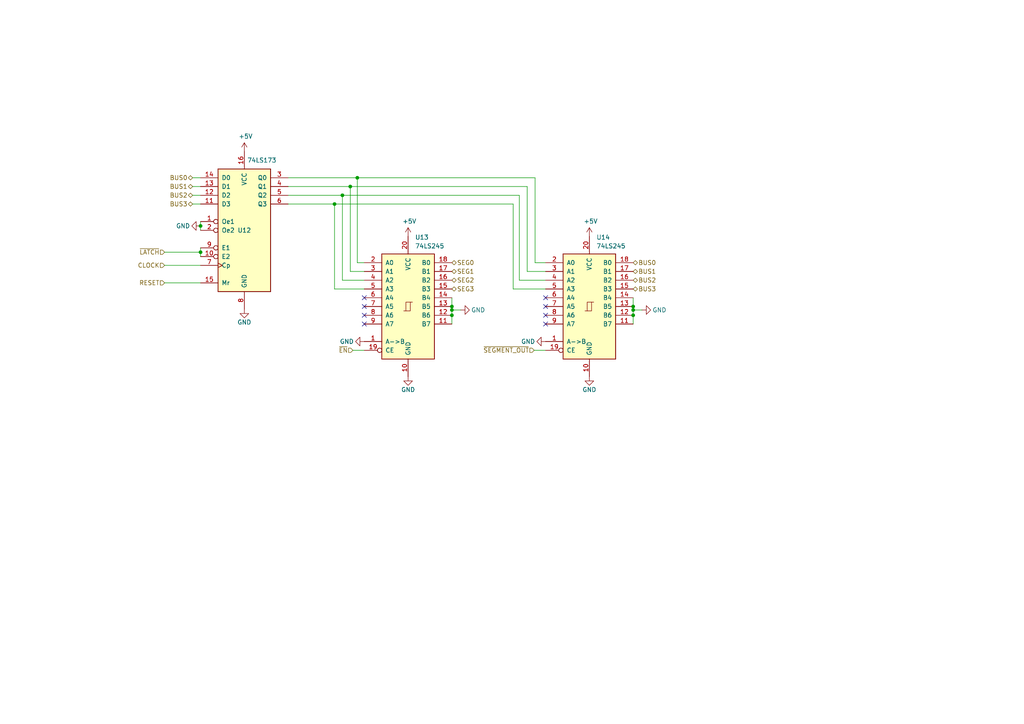
<source format=kicad_sch>
(kicad_sch (version 20211123) (generator eeschema)
  (paper "A4")
  (lib_symbols
    (symbol "74xx:74LS173" (pin_names (offset 1.016))
      (property "Reference" "U" (at -7.62 19.05 0))
      (property "Value" "74LS173" (at -7.62 -19.05 0))
      (symbol "74LS173_1_0"
        (pin input inverted (at -12.7 2.54 0) (length 5.08) (name "Oe1") (number "1"))
        (pin input inverted (at -12.7 -7.62 0) (length 5.08) (name "E2") (number "10"))
        (pin input line (at -12.7 7.62 0) (length 5.08) (name "D3") (number "11"))
        (pin input line (at -12.7 10.16 0) (length 5.08) (name "D2") (number "12"))
        (pin input line (at -12.7 12.7 0) (length 5.08) (name "D1") (number "13"))
        (pin input line (at -12.7 15.24 0) (length 5.08) (name "D0") (number "14"))
        (pin input line (at -12.7 -15.24 0) (length 5.08) (name "Mr") (number "15"))
        (pin power_in line (at 0 22.86 270) (length 5.08) (name "VCC") (number "16"))
        (pin input inverted (at -12.7 0 0) (length 5.08) (name "Oe2") (number "2"))
        (pin tri_state line (at 12.7 15.24 180) (length 5.08) (name "Q0") (number "3"))
        (pin tri_state line (at 12.7 12.7 180) (length 5.08) (name "Q1") (number "4"))
        (pin tri_state line (at 12.7 10.16 180) (length 5.08) (name "Q2") (number "5"))
        (pin tri_state line (at 12.7 7.62 180) (length 5.08) (name "Q3") (number "6"))
        (pin input clock (at -12.7 -10.16 0) (length 5.08) (name "Cp") (number "7"))
        (pin power_in line (at 0 -22.86 90) (length 5.08) (name "GND") (number "8"))
        (pin input inverted (at -12.7 -5.08 0) (length 5.08) (name "E1") (number "9"))
      )
      (symbol "74LS173_1_1"
        (rectangle (start -7.62 17.78) (end 7.62 -17.78) (stroke (width 0.254)) (fill (type background)))
      )
    )
    (symbol "74xx:74LS245" (pin_names (offset 1.016))
      (property "Reference" "U" (at -7.62 16.51 0))
      (property "Value" "74LS245" (at -7.62 -16.51 0))
      (symbol "74LS245_1_0"
        (polyline (pts (xy -0.635 -1.27) (xy -0.635 1.27) (xy 0.635 1.27)))
        (polyline (pts (xy -1.27 -1.27) (xy 0.635 -1.27) (xy 0.635 1.27) (xy 1.27 1.27)))
        (pin input line (at -12.7 -10.16 0) (length 5.08) (name "A->B") (number "1"))
        (pin power_in line (at 0 -20.32 90) (length 5.08) (name "GND") (number "10"))
        (pin tri_state line (at 12.7 -5.08 180) (length 5.08) (name "B7") (number "11"))
        (pin tri_state line (at 12.7 -2.54 180) (length 5.08) (name "B6") (number "12"))
        (pin tri_state line (at 12.7 0 180) (length 5.08) (name "B5") (number "13"))
        (pin tri_state line (at 12.7 2.54 180) (length 5.08) (name "B4") (number "14"))
        (pin tri_state line (at 12.7 5.08 180) (length 5.08) (name "B3") (number "15"))
        (pin tri_state line (at 12.7 7.62 180) (length 5.08) (name "B2") (number "16"))
        (pin tri_state line (at 12.7 10.16 180) (length 5.08) (name "B1") (number "17"))
        (pin tri_state line (at 12.7 12.7 180) (length 5.08) (name "B0") (number "18"))
        (pin input inverted (at -12.7 -12.7 0) (length 5.08) (name "CE") (number "19"))
        (pin tri_state line (at -12.7 12.7 0) (length 5.08) (name "A0") (number "2"))
        (pin power_in line (at 0 20.32 270) (length 5.08) (name "VCC") (number "20"))
        (pin tri_state line (at -12.7 10.16 0) (length 5.08) (name "A1") (number "3"))
        (pin tri_state line (at -12.7 7.62 0) (length 5.08) (name "A2") (number "4"))
        (pin tri_state line (at -12.7 5.08 0) (length 5.08) (name "A3") (number "5"))
        (pin tri_state line (at -12.7 2.54 0) (length 5.08) (name "A4") (number "6"))
        (pin tri_state line (at -12.7 0 0) (length 5.08) (name "A5") (number "7"))
        (pin tri_state line (at -12.7 -2.54 0) (length 5.08) (name "A6") (number "8"))
        (pin tri_state line (at -12.7 -5.08 0) (length 5.08) (name "A7") (number "9"))
      )
      (symbol "74LS245_1_1"
        (rectangle (start -7.62 15.24) (end 7.62 -15.24) (stroke (width 0.254)) (fill (type background)))
      )
    )
    (symbol "power:+5V" (power) (pin_names (offset 0))
      (property "Value" "+5V" (at 0 3.556 0))
      (symbol "+5V_0_1"
        (polyline (pts (xy -0.762 1.27) (xy 0 2.54)))
        (polyline (pts (xy 0 0) (xy 0 2.54)))
        (polyline (pts (xy 0 2.54) (xy 0.762 1.27)))
      )
      (symbol "+5V_1_1"
        (pin power_in line (at 0 0 90) (length 0) hide (name "+5V") (number "1"))
      )
    )
    (symbol "power:GND" (power) (pin_names (offset 0))
      (property "Value" "GND" (at 0 -3.81 0))
      (symbol "GND_0_1"
        (polyline (pts (xy 0 0) (xy 0 -1.27) (xy 1.27 -1.27) (xy 0 -2.54) (xy -1.27 -1.27) (xy 0 -1.27)))
      )
      (symbol "GND_1_1"
        (pin power_in line (at 0 0 270) (length 0) hide (name "GND") (number "1"))
      )
    )
  )
  (junction (at 99.314 56.642))
  (junction (at 101.6 54.102))
  (junction (at 103.632 51.562))
  (junction (at 58.166 73.152))
  (junction (at 131.064 89.916))
  (junction (at 183.642 89.916))
  (junction (at 58.166 65.532))
  (junction (at 183.642 88.9))
  (junction (at 183.642 91.44))
  (junction (at 97.028 59.182))
  (junction (at 131.064 88.9))
  (junction (at 131.064 91.44))
  (no_connect (at 105.664 88.9))
  (no_connect (at 105.664 86.36))
  (no_connect (at 105.664 91.44))
  (no_connect (at 158.242 86.36))
  (no_connect (at 158.242 88.9))
  (no_connect (at 158.242 91.44))
  (no_connect (at 158.242 93.98))
  (no_connect (at 105.664 93.98))
  (wire (pts (xy 58.166 65.532) (xy 58.166 66.802)))
  (wire (pts (xy 158.242 76.2) (xy 155.194 76.2)))
  (wire (pts (xy 148.844 83.82) (xy 158.242 83.82)))
  (wire (pts (xy 183.642 89.916) (xy 183.642 88.9)))
  (wire (pts (xy 97.028 59.182) (xy 148.844 59.182)))
  (wire (pts (xy 83.566 59.182) (xy 97.028 59.182)))
  (wire (pts (xy 155.194 76.2) (xy 155.194 51.562)))
  (wire (pts (xy 105.664 78.74) (xy 101.6 78.74)))
  (wire (pts (xy 58.166 73.152) (xy 58.166 74.422)))
  (wire (pts (xy 103.632 76.2) (xy 103.632 51.562)))
  (wire (pts (xy 131.064 91.44) (xy 131.064 89.916)))
  (wire (pts (xy 103.632 51.562) (xy 155.194 51.562)))
  (wire (pts (xy 183.642 91.44) (xy 183.642 89.916)))
  (wire (pts (xy 105.664 83.82) (xy 97.028 83.82)))
  (wire (pts (xy 58.166 64.262) (xy 58.166 65.532)))
  (wire (pts (xy 150.622 56.642) (xy 150.622 81.28)))
  (wire (pts (xy 148.844 59.182) (xy 148.844 83.82)))
  (wire (pts (xy 55.88 51.562) (xy 58.166 51.562)))
  (wire (pts (xy 183.642 93.98) (xy 183.642 91.44)))
  (wire (pts (xy 131.064 89.916) (xy 133.604 89.916)))
  (wire (pts (xy 102.362 101.6) (xy 105.664 101.6)))
  (wire (pts (xy 183.642 88.9) (xy 183.642 86.36)))
  (wire (pts (xy 131.064 88.9) (xy 131.064 86.36)))
  (wire (pts (xy 47.752 82.042) (xy 58.166 82.042)))
  (wire (pts (xy 97.028 83.82) (xy 97.028 59.182)))
  (wire (pts (xy 55.88 56.642) (xy 58.166 56.642)))
  (wire (pts (xy 58.166 71.882) (xy 58.166 73.152)))
  (wire (pts (xy 83.566 56.642) (xy 99.314 56.642)))
  (wire (pts (xy 150.622 81.28) (xy 158.242 81.28)))
  (wire (pts (xy 83.566 54.102) (xy 101.6 54.102)))
  (wire (pts (xy 131.064 89.916) (xy 131.064 88.9)))
  (wire (pts (xy 152.908 78.74) (xy 152.908 54.102)))
  (wire (pts (xy 101.6 54.102) (xy 152.908 54.102)))
  (wire (pts (xy 55.88 59.182) (xy 58.166 59.182)))
  (wire (pts (xy 101.6 78.74) (xy 101.6 54.102)))
  (wire (pts (xy 99.314 56.642) (xy 150.622 56.642)))
  (wire (pts (xy 105.664 81.28) (xy 99.314 81.28)))
  (wire (pts (xy 183.642 89.916) (xy 186.182 89.916)))
  (wire (pts (xy 99.314 81.28) (xy 99.314 56.642)))
  (wire (pts (xy 158.242 78.74) (xy 152.908 78.74)))
  (wire (pts (xy 47.752 73.152) (xy 58.166 73.152)))
  (wire (pts (xy 154.94 101.6) (xy 158.242 101.6)))
  (wire (pts (xy 103.632 76.2) (xy 105.664 76.2)))
  (wire (pts (xy 131.064 93.98) (xy 131.064 91.44)))
  (wire (pts (xy 47.752 76.962) (xy 58.166 76.962)))
  (wire (pts (xy 83.566 51.562) (xy 103.632 51.562)))
  (wire (pts (xy 55.88 54.102) (xy 58.166 54.102)))
  (hierarchical_label "~{SEGMENT_OUT}" (shape input) (at 154.94 101.6 180))
  (hierarchical_label "SEG1" (shape tri_state) (at 131.064 78.74 0))
  (hierarchical_label "CLOCK" (shape input) (at 47.752 76.962 180))
  (hierarchical_label "~{EN}" (shape input) (at 102.362 101.6 180))
  (hierarchical_label "BUS0" (shape tri_state) (at 183.642 76.2 0))
  (hierarchical_label "BUS1" (shape tri_state) (at 183.642 78.74 0))
  (hierarchical_label "~{LATCH}" (shape input) (at 47.752 73.152 180))
  (hierarchical_label "BUS3" (shape tri_state) (at 55.88 59.182 180))
  (hierarchical_label "BUS0" (shape tri_state) (at 55.88 51.562 180))
  (hierarchical_label "SEG2" (shape tri_state) (at 131.064 81.28 0))
  (hierarchical_label "BUS2" (shape tri_state) (at 183.642 81.28 0))
  (hierarchical_label "RESET" (shape input) (at 47.752 82.042 180))
  (hierarchical_label "SEG3" (shape tri_state) (at 131.064 83.82 0))
  (hierarchical_label "BUS1" (shape tri_state) (at 55.88 54.102 180))
  (hierarchical_label "SEG0" (shape tri_state) (at 131.064 76.2 0))
  (hierarchical_label "BUS2" (shape tri_state) (at 55.88 56.642 180))
  (hierarchical_label "BUS3" (shape tri_state) (at 183.642 83.82 0))
  (symbol (lib_id "power:GND") (at 158.242 99.06 270)
    (property "Reference" "#PWR0143" (effects hide))
    (property "Value" "GND" (at 153.162 99.06 90))
  )
  (symbol (lib_id "74xx:74LS245") (at 118.364 88.9 0)
    (property "Reference" "U13" (at 120.3834 68.834 0) (effects (justify left)))
    (property "Value" "74LS245" (at 120.3834 71.374 0) (effects (justify left)))
    (property "Footprint" "Package_SO:TSSOP-20_4.4x6.5mm_P0.65mm" (effects hide))
    (property "Datasheet" "http://www.ti.com/lit/gpn/sn74LS245" (effects hide))
  )
  (symbol (lib_id "power:+5V") (at 170.942 68.58 0)
    (property "Reference" "#PWR0141" (effects hide))
    (property "Value" "+5V" (at 171.323 64.1858 0))
  )
  (symbol (lib_id "power:GND") (at 58.166 65.532 270)
    (property "Reference" "#PWR0136" (effects hide))
    (property "Value" "GND" (at 53.086 65.532 90))
  )
  (symbol (lib_id "power:GND") (at 118.364 109.22 0)
    (property "Reference" "#PWR0146" (effects hide))
    (property "Value" "GND" (at 118.364 113.03 0))
  )
  (symbol (lib_id "74xx:74LS173") (at 70.866 66.802 0)
    (property "Reference" "U12" (at 70.866 66.802 0))
    (property "Value" "74LS173" (at 75.946 46.482 0))
    (property "Footprint" "Package_SO:TSSOP-16_4.4x5mm_P0.65mm" (effects hide))
    (property "Datasheet" "http://www.ti.com/lit/gpn/sn74LS173" (effects hide))
  )
  (symbol (lib_id "74xx:74LS245") (at 170.942 88.9 0)
    (property "Reference" "U14" (at 172.9614 68.834 0) (effects (justify left)))
    (property "Value" "74LS245" (at 172.9614 71.374 0) (effects (justify left)))
    (property "Footprint" "Package_SO:TSSOP-20_4.4x6.5mm_P0.65mm" (effects hide))
    (property "Datasheet" "http://www.ti.com/lit/gpn/sn74LS245" (effects hide))
  )
  (symbol (lib_id "power:GND") (at 105.664 99.06 270)
    (property "Reference" "#PWR0145" (effects hide))
    (property "Value" "GND" (at 100.584 99.06 90))
  )
  (symbol (lib_id "power:GND") (at 186.182 89.916 90)
    (property "Reference" "#PWR0142" (effects hide))
    (property "Value" "GND" (at 191.262 89.916 90))
  )
  (symbol (lib_id "power:GND") (at 133.604 89.916 90)
    (property "Reference" "#PWR0140" (effects hide))
    (property "Value" "GND" (at 138.684 89.916 90))
  )
  (symbol (lib_id "power:GND") (at 170.942 109.22 0)
    (property "Reference" "#PWR0139" (effects hide))
    (property "Value" "GND" (at 170.942 113.03 0))
  )
  (symbol (lib_id "power:+5V") (at 118.364 68.58 0)
    (property "Reference" "#PWR0144" (effects hide))
    (property "Value" "+5V" (at 118.745 64.1858 0))
  )
  (symbol (lib_id "power:GND") (at 70.866 89.662 0)
    (property "Reference" "#PWR0138" (effects hide))
    (property "Value" "GND" (at 70.866 93.472 0))
  )
  (symbol (lib_id "power:+5V") (at 70.866 43.942 0)
    (property "Reference" "#PWR0137" (effects hide))
    (property "Value" "+5V" (at 71.247 39.5478 0))
  )
)
</source>
